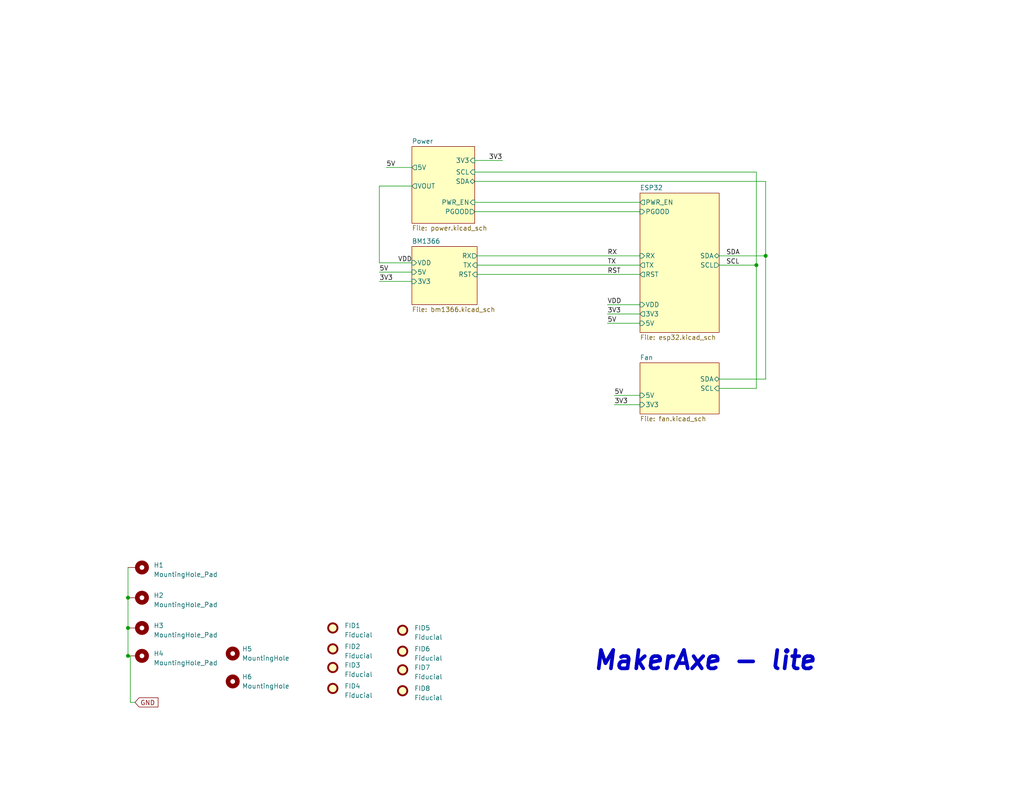
<source format=kicad_sch>
(kicad_sch (version 20231120) (generator "eeschema") (generator_version "8.0")
  (paper "A")
  (title_block (title "MakerAxe Lite") (date "2025-02-06") (rev "035"))
  (lib_symbols
    (symbol "Mechanical:Fiducial"
      (property "Reference" "FID" (at 0 5.08 0))
      (property "Value" "Fiducial" (at 0 3.175 0))
      (symbol "Fiducial_0_1"
        (circle (center 0 0) (radius 1.27) (stroke (width 0.508)) (fill (type background)))
      )
    )
    (symbol "Mechanical:MountingHole" (pin_names (offset 1.016))
      (property "Reference" "H" (at 0 5.08 0))
      (property "Value" "MountingHole" (at 0 3.175 0))
      (symbol "MountingHole_0_1"
        (circle (center 0 0) (radius 1.27) (stroke (width 1.27)))
      )
    )
    (symbol "Mechanical:MountingHole_Pad" (pin_numbers hide) (pin_names (offset 1.016) hide)
      (property "Reference" "H" (at 0 6.35 0))
      (property "Value" "MountingHole_Pad" (at 0 4.445 0))
      (symbol "MountingHole_Pad_0_1"
        (circle (center 0 1.27) (radius 1.27) (stroke (width 1.27)))
      )
      (symbol "MountingHole_Pad_1_1"
        (pin input line (at 0 -2.54 90) (length 2.54) (name "1") (number "1"))
      )
    )
  )
  (junction (at 208.915 69.85))
  (junction (at 34.925 179.07))
  (junction (at 34.925 171.45))
  (junction (at 206.375 72.39))
  (junction (at 34.925 163.195))
  (wire (pts (xy 129.54 46.99) (xy 206.375 46.99)))
  (wire (pts (xy 196.215 72.39) (xy 206.375 72.39)))
  (wire (pts (xy 105.41 45.72) (xy 112.395 45.72)))
  (wire (pts (xy 130.175 72.39) (xy 174.625 72.39)))
  (wire (pts (xy 165.735 88.265) (xy 174.625 88.265)))
  (wire (pts (xy 35.56 191.77) (xy 36.83 191.77)))
  (wire (pts (xy 167.64 110.49) (xy 174.625 110.49)))
  (wire (pts (xy 208.915 49.53) (xy 208.915 69.85)))
  (wire (pts (xy 129.54 49.53) (xy 208.915 49.53)))
  (wire (pts (xy 165.735 83.185) (xy 174.625 83.185)))
  (wire (pts (xy 206.375 72.39) (xy 206.375 106.045)))
  (wire (pts (xy 206.375 46.99) (xy 206.375 72.39)))
  (wire (pts (xy 129.54 55.245) (xy 174.625 55.245)))
  (wire (pts (xy 196.215 69.85) (xy 208.915 69.85)))
  (wire (pts (xy 34.925 163.195) (xy 34.925 171.45)))
  (wire (pts (xy 103.505 76.835) (xy 112.395 76.835)))
  (wire (pts (xy 130.175 69.85) (xy 174.625 69.85)))
  (wire (pts (xy 196.215 103.505) (xy 208.915 103.505)))
  (wire (pts (xy 103.505 71.755) (xy 103.505 50.8)))
  (wire (pts (xy 196.215 106.045) (xy 206.375 106.045)))
  (wire (pts (xy 103.505 74.295) (xy 112.395 74.295)))
  (wire (pts (xy 208.915 103.505) (xy 208.915 69.85)))
  (wire (pts (xy 129.54 57.785) (xy 174.625 57.785)))
  (wire (pts (xy 167.64 107.95) (xy 174.625 107.95)))
  (wire (pts (xy 35.56 179.07) (xy 35.56 191.77)))
  (wire (pts (xy 34.925 154.94) (xy 34.925 163.195)))
  (wire (pts (xy 165.735 85.725) (xy 174.625 85.725)))
  (wire (pts (xy 35.56 179.07) (xy 34.925 179.07)))
  (wire (pts (xy 112.395 71.755) (xy 103.505 71.755)))
  (wire (pts (xy 103.505 50.8) (xy 112.395 50.8)))
  (wire (pts (xy 130.175 74.93) (xy 174.625 74.93)))
  (wire (pts (xy 34.925 171.45) (xy 34.925 179.07)))
  (wire (pts (xy 129.54 43.815) (xy 137.16 43.815)))
  (text "MakerAxe - lite" (at 161.544 183.388 0) (effects (font (size 5 5) (thickness 1) (bold yes) (italic yes)) (justify left bottom)))
  (label "VDD" (at 165.735 83.185 0))
  (label "3V3" (at 103.505 76.835 0))
  (label "RST" (at 165.735 74.93 0))
  (label "VDD" (at 108.585 71.755 0))
  (label "5V" (at 105.41 45.72 0))
  (label "5V" (at 167.64 107.95 0))
  (label "SDA" (at 198.12 69.85 0))
  (label "RX" (at 165.735 69.85 0))
  (label "3V3" (at 133.35 43.815 0))
  (label "3V3" (at 165.735 85.725 0))
  (label "SCL" (at 198.12 72.39 0))
  (label "5V" (at 165.735 88.265 0))
  (label "3V3" (at 167.64 110.49 0))
  (label "5V" (at 103.505 74.295 0))
  (label "TX" (at 165.735 72.39 0))
  (global_label "GND" (shape input) (at 36.83 191.77 0) (property "Intersheetrefs" "${INTERSHEET_REFS}" (effects (hide yes))))
  (symbol (lib_id "Mechanical:Fiducial") (at 90.805 177.165 0) (unit 1) (in_bom no)
    (property "Reference" "FID2" (at 93.98 176.53 0) (effects (justify left)))
    (property "Value" "Fiducial" (at 93.98 179.07 0) (effects (justify left)))
    (property "Footprint" "Fiducial:Fiducial_1mm_Mask2mm" (effects (hide yes)))
  )
  (symbol (lib_id "Mechanical:Fiducial") (at 90.805 182.245 0) (unit 1) (in_bom no)
    (property "Reference" "FID3" (at 93.98 181.61 0) (effects (justify left)))
    (property "Value" "Fiducial" (at 93.98 184.15 0) (effects (justify left)))
    (property "Footprint" "Fiducial:Fiducial_1mm_Mask2mm" (effects (hide yes)))
  )
  (symbol (lib_id "Mechanical:Fiducial") (at 90.805 187.96 0) (unit 1) (in_bom no)
    (property "Reference" "FID4" (at 93.98 187.325 0) (effects (justify left)))
    (property "Value" "Fiducial" (at 93.98 189.865 0) (effects (justify left)))
    (property "Footprint" "Fiducial:Fiducial_1mm_Mask2mm" (effects (hide yes)))
  )
  (symbol (lib_id "Mechanical:Fiducial") (at 109.855 177.8 0) (unit 1) (in_bom no)
    (property "Reference" "FID6" (at 113.03 177.165 0) (effects (justify left)))
    (property "Value" "Fiducial" (at 113.03 179.705 0) (effects (justify left)))
    (property "Footprint" "Fiducial:Fiducial_1mm_Mask2mm" (effects (hide yes)))
  )
  (symbol (lib_id "Mechanical:MountingHole_Pad") (at 37.465 154.94 270) (unit 1) (in_bom no)
    (property "Reference" "H1" (at 41.91 154.305 90) (effects (justify left)))
    (property "Value" "MountingHole_Pad" (at 41.91 156.845 90) (effects (justify left)))
    (property "Footprint" "MountingHole:MountingHole_3mm_Pad_Via" (effects (hide yes)))
  )
  (symbol (lib_id "Mechanical:Fiducial") (at 90.805 171.45 0) (unit 1) (in_bom no)
    (property "Reference" "FID1" (at 93.98 170.815 0) (effects (justify left)))
    (property "Value" "Fiducial" (at 93.98 173.355 0) (effects (justify left)))
    (property "Footprint" "Fiducial:Fiducial_1mm_Mask2mm" (effects (hide yes)))
  )
  (symbol (lib_id "Mechanical:Fiducial") (at 109.855 188.595 0) (unit 1) (in_bom no)
    (property "Reference" "FID8" (at 113.03 187.96 0) (effects (justify left)))
    (property "Value" "Fiducial" (at 113.03 190.5 0) (effects (justify left)))
    (property "Footprint" "Fiducial:Fiducial_1mm_Mask2mm" (effects (hide yes)))
  )
  (symbol (lib_id "Mechanical:Fiducial") (at 109.855 172.085 0) (unit 1) (in_bom no)
    (property "Reference" "FID5" (at 113.03 171.45 0) (effects (justify left)))
    (property "Value" "Fiducial" (at 113.03 173.99 0) (effects (justify left)))
    (property "Footprint" "Fiducial:Fiducial_1mm_Mask2mm" (effects (hide yes)))
  )
  (symbol (lib_id "Mechanical:MountingHole") (at 63.5 186.055 0) (unit 1) (in_bom no)
    (property "Reference" "H6" (at 66.04 184.7849 0) (effects (justify left)))
    (property "Value" "MountingHole" (at 66.04 187.3249 0) (effects (justify left)))
    (property "Footprint" "MountingHole:MountingHole_3.5mm" (effects (hide yes)))
  )
  (symbol (lib_id "Mechanical:Fiducial") (at 109.855 182.88 0) (unit 1) (in_bom no)
    (property "Reference" "FID7" (at 113.03 182.245 0) (effects (justify left)))
    (property "Value" "Fiducial" (at 113.03 184.785 0) (effects (justify left)))
    (property "Footprint" "Fiducial:Fiducial_1mm_Mask2mm" (effects (hide yes)))
  )
  (symbol (lib_id "Mechanical:MountingHole") (at 63.5 178.435 0) (unit 1) (in_bom no)
    (property "Reference" "H5" (at 66.04 177.1649 0) (effects (justify left)))
    (property "Value" "MountingHole" (at 66.04 179.7049 0) (effects (justify left)))
    (property "Footprint" "MountingHole:MountingHole_3.5mm" (effects (hide yes)))
  )
  (symbol (lib_id "Mechanical:MountingHole_Pad") (at 37.465 171.45 270) (unit 1) (in_bom no)
    (property "Reference" "H3" (at 41.91 170.815 90) (effects (justify left)))
    (property "Value" "MountingHole_Pad" (at 41.91 173.355 90) (effects (justify left)))
    (property "Footprint" "MountingHole:MountingHole_3mm_Pad_Via" (effects (hide yes)))
  )
  (symbol (lib_id "Mechanical:MountingHole_Pad") (at 37.465 163.195 270) (unit 1) (in_bom no)
    (property "Reference" "H2" (at 41.91 162.56 90) (effects (justify left)))
    (property "Value" "MountingHole_Pad" (at 41.91 165.1 90) (effects (justify left)))
    (property "Footprint" "MountingHole:MountingHole_3mm_Pad_Via" (effects (hide yes)))
  )
  (symbol (lib_id "Mechanical:MountingHole_Pad") (at 37.465 179.07 270) (unit 1) (in_bom no)
    (property "Reference" "H4" (at 41.91 178.435 90) (effects (justify left)))
    (property "Value" "MountingHole_Pad" (at 41.91 180.975 90) (effects (justify left)))
    (property "Footprint" "MountingHole:MountingHole_3mm_Pad_Via" (effects (hide yes)))
  )
  (sheet (at 112.395 67.31) (size 17.78 15.875) (stroke (width 0.1524)) (fill (color 255 255 194 1.0000))
    (property "Sheetname" "BM1366" (at 112.395 66.5984 0) (effects (justify left bottom)))
    (property "Sheetfile" "bm1366.kicad_sch" (at 112.395 83.7696 0) (effects (justify left top)))
    (pin "TX" input (at 130.175 72.39 0))
    (pin "RX" output (at 130.175 69.85 0))
    (pin "RST" input (at 130.175 74.93 0))
    (pin "3V3" input (at 112.395 76.835 180))
    (pin "5V" input (at 112.395 74.295 180))
    (pin "VDD" input (at 112.395 71.755 180))
  )
  (sheet (at 174.625 99.06) (size 21.59 13.97) (stroke (width 0.1524)) (fill (color 255 255 194 1.0000))
    (property "Sheetname" "Fan" (at 174.625 98.3484 0) (effects (justify left bottom)))
    (property "Sheetfile" "fan.kicad_sch" (at 174.625 113.6146 0) (effects (justify left top)))
    (pin "SDA" bidirectional (at 196.215 103.505 0))
    (pin "SCL" input (at 196.215 106.045 0))
    (pin "5V" input (at 174.625 107.95 180))
    (pin "3V3" input (at 174.625 110.49 180))
  )
  (sheet (at 112.395 40.005) (size 17.145 20.955) (stroke (width 0.1524)) (fill (color 255 255 194 1.0000))
    (property "Sheetname" "Power" (at 112.395 39.2934 0) (effects (justify left bottom)))
    (property "Sheetfile" "power.kicad_sch" (at 112.395 61.5446 0) (effects (justify left top)))
    (pin "VOUT" output (at 112.395 50.8 180))
    (pin "SCL" input (at 129.54 46.99 0))
    (pin "SDA" bidirectional (at 129.54 49.53 0))
    (pin "5V" output (at 112.395 45.72 180))
    (pin "3V3" input (at 129.54 43.815 0))
    (pin "PGOOD" output (at 129.54 57.785 0))
    (pin "PWR_EN" input (at 129.54 55.245 0))
  )
  (sheet (at 174.625 52.705) (size 21.59 38.1) (stroke (width 0.1524)) (fill (color 255 255 194 1.0000))
    (property "Sheetname" "ESP32" (at 174.625 51.9934 0) (effects (justify left bottom)))
    (property "Sheetfile" "esp32.kicad_sch" (at 174.625 91.3896 0) (effects (justify left top)))
    (pin "SDA" bidirectional (at 196.215 69.85 0))
    (pin "SCL" output (at 196.215 72.39 0))
    (pin "RX" input (at 174.625 69.85 180))
    (pin "TX" output (at 174.625 72.39 180))
    (pin "RST" output (at 174.625 74.93 180))
    (pin "5V" input (at 174.625 88.265 180))
    (pin "3V3" output (at 174.625 85.725 180))
    (pin "PGOOD" input (at 174.625 57.785 180))
    (pin "VDD" input (at 174.625 83.185 180))
    (pin "PWR_EN" output (at 174.625 55.245 180))
  )
)
</source>
